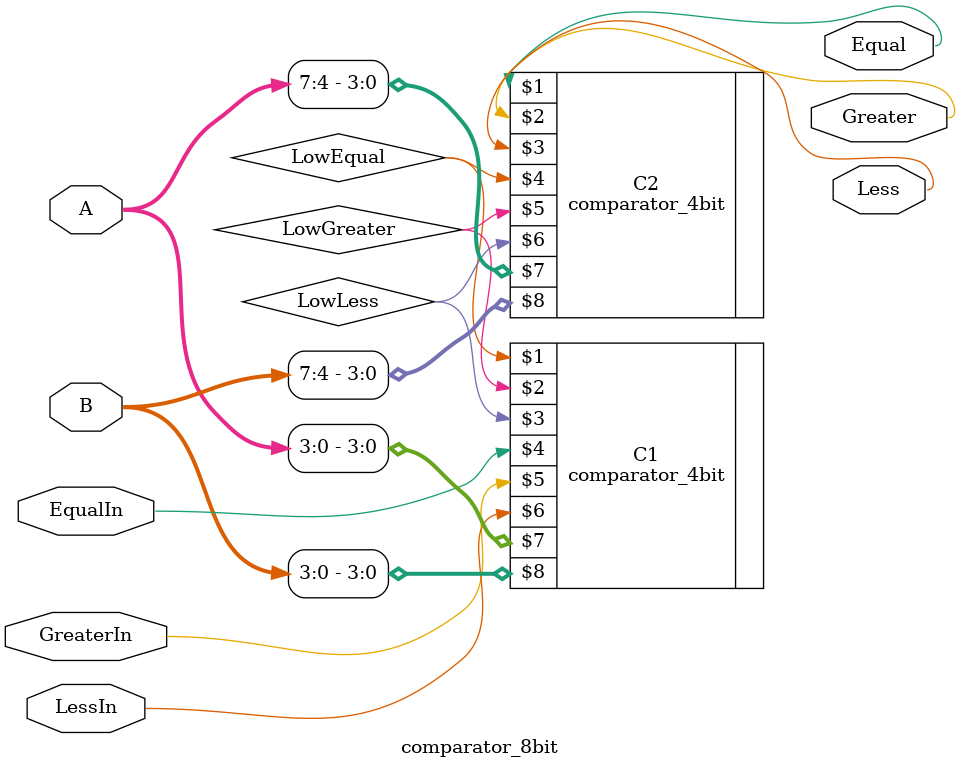
<source format=v>
`include "q5c.v"

module comparator_8bit (
    output Equal, Greater, Less,
    input EqualIn, GreaterIn, LessIn,
    input [7:0] A, B
);

    wire LowGreater, LowLess, LowEqual;

    comparator_4bit C1 (LowEqual, LowGreater, LowLess, EqualIn, GreaterIn, LessIn, A[3:0], B[3:0]); 
    comparator_4bit C2 (Equal, Greater, Less, LowEqual, LowGreater, LowLess, A[7:4], B[7:4]); 

endmodule
</source>
